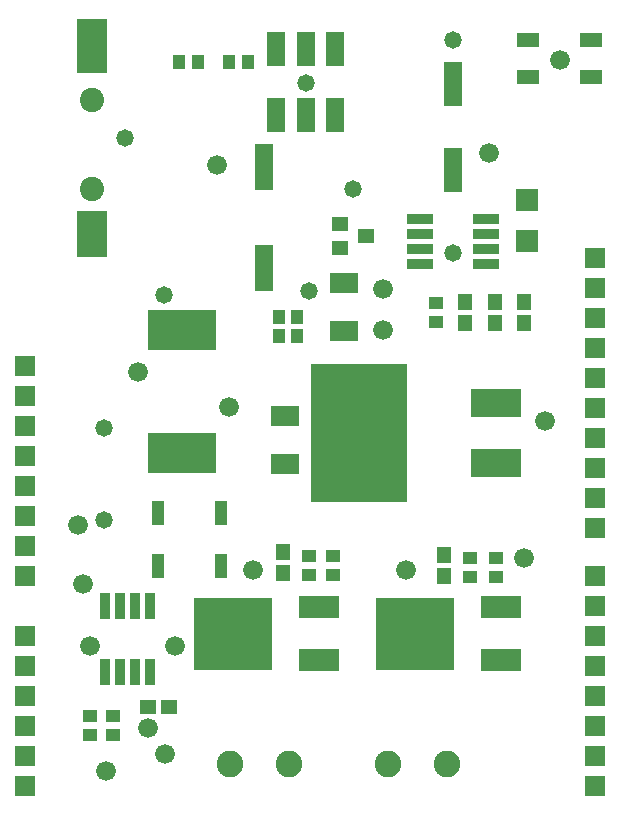
<source format=gts>
G04 EasyPC Gerber Version 20.0 Build 4102 *
G04 #@! TF.Part,Single*
G04 #@! TF.FileFunction,Soldermask,Top *
%FSLAX35Y35*%
%MOIN*%
G04 #@! TA.AperFunction,SMDPad*
%ADD148R,0.03500X0.09000*%
%ADD102R,0.04150X0.04937*%
%ADD156R,0.04150X0.08087*%
%ADD96R,0.04937X0.05291*%
%ADD153R,0.06118X0.11630*%
%ADD163R,0.06118X0.14780*%
%ADD164R,0.06118X0.15567*%
%ADD161R,0.10055X0.15409*%
%ADD160R,0.10055X0.17929*%
%ADD158R,0.32496X0.46276*%
G04 #@! TA.AperFunction,ComponentPad*
%ADD137R,0.07000X0.07000*%
G04 #@! TA.AperFunction,SMDPad*
%ADD103R,0.07300X0.07300*%
G04 #@! TA.AperFunction,ViaPad*
%ADD134C,0.05800*%
G04 #@! TA.AperFunction,SMDPad*
%ADD151R,0.09000X0.03500*%
G04 #@! TA.AperFunction,ViaPad*
%ADD165C,0.06591*%
G04 #@! TA.AperFunction,ComponentPad*
%ADD162C,0.08087*%
%ADD154C,0.08874*%
G04 #@! TA.AperFunction,SMDPad*
%ADD94R,0.04937X0.04150*%
%ADD97R,0.05291X0.04937*%
%ADD155R,0.07693X0.04937*%
%ADD125R,0.05800X0.05000*%
%ADD152R,0.09661X0.06787*%
%ADD149R,0.13598X0.07693*%
%ADD157R,0.16748X0.09386*%
%ADD159R,0.22654X0.13205*%
%ADD150R,0.26197X0.24228*%
X0Y0D02*
D02*
D94*
X117179Y67967D03*
Y74266D03*
X125053Y67967D03*
Y74266D03*
X190407Y121510D03*
Y127809D03*
X198281Y121510D03*
Y127809D03*
X232533Y205762D03*
Y212061D03*
X243951Y120722D03*
Y127022D03*
X252612Y120722D03*
Y127022D03*
D02*
D96*
X181746Y121947D03*
Y128947D03*
X235289Y121159D03*
Y128159D03*
X242376Y205411D03*
Y212411D03*
X252219Y205411D03*
Y212411D03*
X262061Y205411D03*
Y212411D03*
D02*
D97*
X136514Y77415D03*
X143514D03*
D02*
D102*
X147100Y292376D03*
X153400D03*
X163636D03*
X169935D03*
X180171Y201037D03*
Y207337D03*
X186470Y201037D03*
Y207337D03*
D02*
D103*
X262848Y232920D03*
Y246320D03*
D02*
D125*
X200674Y230502D03*
Y238502D03*
X209374Y234502D03*
D02*
D134*
X121904Y139620D03*
Y170329D03*
X128990Y267179D03*
X141982Y214817D03*
X189226Y285289D03*
X190407Y215998D03*
X204974Y250250D03*
X238439Y228596D03*
Y299659D03*
D02*
D137*
X95743Y51071D03*
Y61071D03*
Y71071D03*
Y81071D03*
Y91071D03*
Y101071D03*
Y121049D03*
Y131049D03*
Y141049D03*
Y151049D03*
Y161049D03*
Y171049D03*
Y181049D03*
Y191049D03*
X285683Y51071D03*
Y61071D03*
Y71071D03*
Y81071D03*
Y91071D03*
Y101071D03*
Y111071D03*
Y121071D03*
Y137022D03*
Y147022D03*
Y157022D03*
Y167022D03*
Y177022D03*
Y187022D03*
Y197022D03*
Y207022D03*
Y217022D03*
Y227022D03*
D02*
D148*
X122278Y89250D03*
Y111250D03*
X127278Y89250D03*
Y111250D03*
X132278Y89250D03*
Y111250D03*
X137278Y89250D03*
Y111250D03*
D02*
D149*
X193754Y92967D03*
Y110683D03*
X254384Y92967D03*
Y110683D03*
D02*
D150*
X165014Y101825D03*
X225644D03*
D02*
D151*
X227439Y225033D03*
Y230033D03*
Y235033D03*
Y240033D03*
X249439Y225033D03*
Y230033D03*
Y235033D03*
Y240033D03*
D02*
D152*
X182320Y158400D03*
Y174384D03*
X202005Y202888D03*
Y218872D03*
D02*
D153*
X179384Y274659D03*
Y296707D03*
X189226Y274659D03*
Y296707D03*
X199069Y274659D03*
Y296707D03*
D02*
D154*
X164030Y58518D03*
X183715D03*
X216785D03*
X236470D03*
D02*
D155*
X263439Y287455D03*
Y299659D03*
X284305Y287454D03*
Y299659D03*
D02*
D156*
X140014Y124463D03*
Y142179D03*
X161011Y124463D03*
Y142179D03*
D02*
D157*
X252484Y158596D03*
Y178911D03*
D02*
D158*
X207071Y168754D03*
D02*
D159*
X147888Y162061D03*
Y203220D03*
D02*
D160*
X117967Y297730D03*
D02*
D161*
Y235053D03*
D02*
D162*
Y250245D03*
Y279611D03*
D02*
D163*
X238439Y256283D03*
Y285024D03*
D02*
D164*
X175447Y223675D03*
Y257414D03*
D02*
D165*
X113242Y138045D03*
X115131Y118396D03*
X117179Y97888D03*
X122691Y56156D03*
X133343Y189226D03*
X136514Y70329D03*
X142376Y61667D03*
X145526Y97888D03*
X159699Y258124D03*
X163636Y177415D03*
X171510Y123085D03*
X214817Y203006D03*
Y216785D03*
X222691Y123085D03*
X250250Y262061D03*
X262061Y127022D03*
X269148Y172691D03*
X273872Y293163D03*
X0Y0D02*
M02*

</source>
